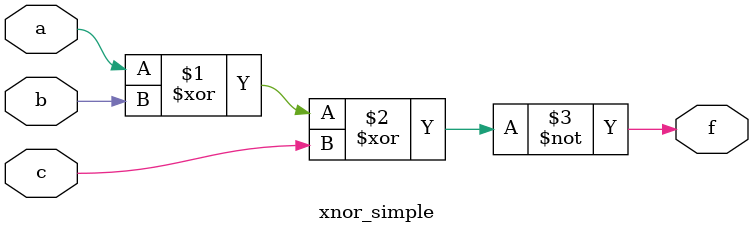
<source format=v>
`timescale 1ns / 1ps

module xnor_simple(a,b,c,f);
    input a, b, c;
    output f;
    xnor g1(f,a,b,c);
endmodule

</source>
